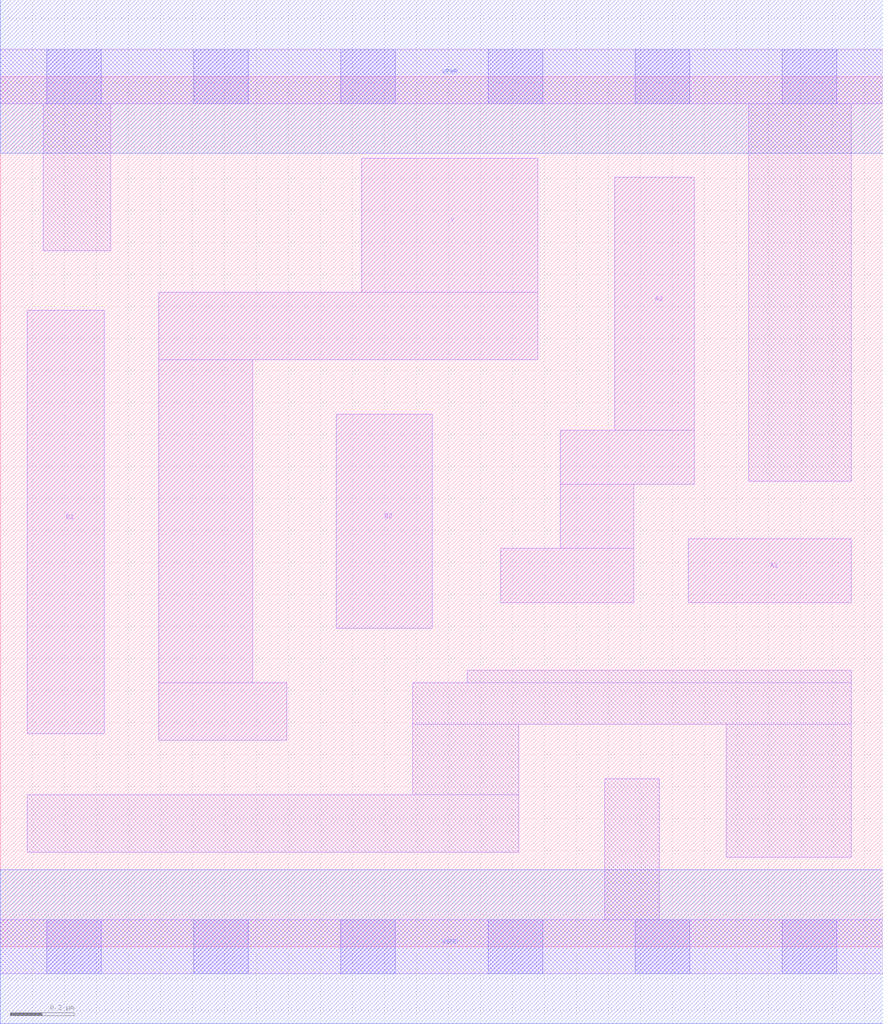
<source format=lef>
# Copyright 2020 The SkyWater PDK Authors
#
# Licensed under the Apache License, Version 2.0 (the "License");
# you may not use this file except in compliance with the License.
# You may obtain a copy of the License at
#
#     https://www.apache.org/licenses/LICENSE-2.0
#
# Unless required by applicable law or agreed to in writing, software
# distributed under the License is distributed on an "AS IS" BASIS,
# WITHOUT WARRANTIES OR CONDITIONS OF ANY KIND, either express or implied.
# See the License for the specific language governing permissions and
# limitations under the License.
#
# SPDX-License-Identifier: Apache-2.0

VERSION 5.7 ;
BUSBITCHARS "[]" ;
DIVIDERCHAR "/" ;
PROPERTYDEFINITIONS
  MACRO maskLayoutSubType STRING ;
  MACRO prCellType STRING ;
  MACRO originalViewName STRING ;
END PROPERTYDEFINITIONS
MACRO sky130_fd_sc_hdll__o22ai_1
  ORIGIN  0.000000  0.000000 ;
  CLASS CORE ;
  SYMMETRY X Y R90 ;
  SIZE  2.760000 BY  2.720000 ;
  SITE unithd ;
  PIN A1
    ANTENNAGATEAREA  0.277500 ;
    DIRECTION INPUT ;
    USE SIGNAL ;
    PORT
      LAYER li1 ;
        RECT 2.150000 1.075000 2.660000 1.275000 ;
    END
  END A1
  PIN A2
    ANTENNAGATEAREA  0.277500 ;
    DIRECTION INPUT ;
    USE SIGNAL ;
    PORT
      LAYER li1 ;
        RECT 1.565000 1.075000 1.980000 1.245000 ;
        RECT 1.750000 1.245000 1.980000 1.445000 ;
        RECT 1.750000 1.445000 2.170000 1.615000 ;
        RECT 1.920000 1.615000 2.170000 2.405000 ;
    END
  END A2
  PIN B1
    ANTENNAGATEAREA  0.277500 ;
    DIRECTION INPUT ;
    USE SIGNAL ;
    PORT
      LAYER li1 ;
        RECT 0.085000 0.665000 0.325000 1.990000 ;
    END
  END B1
  PIN B2
    ANTENNAGATEAREA  0.277500 ;
    DIRECTION INPUT ;
    USE SIGNAL ;
    PORT
      LAYER li1 ;
        RECT 1.050000 0.995000 1.350000 1.665000 ;
    END
  END B2
  PIN Y
    ANTENNADIFFAREA  0.816800 ;
    DIRECTION OUTPUT ;
    USE SIGNAL ;
    PORT
      LAYER li1 ;
        RECT 0.495000 0.645000 0.895000 0.825000 ;
        RECT 0.495000 0.825000 0.790000 1.835000 ;
        RECT 0.495000 1.835000 1.680000 2.045000 ;
        RECT 1.130000 2.045000 1.680000 2.465000 ;
    END
  END Y
  PIN VGND
    DIRECTION INOUT ;
    USE GROUND ;
    PORT
      LAYER met1 ;
        RECT 0.000000 -0.240000 2.760000 0.240000 ;
    END
  END VGND
  PIN VNB
    DIRECTION INOUT ;
    USE GROUND ;
    PORT
    END
  END VNB
  PIN VPB
    DIRECTION INOUT ;
    USE POWER ;
    PORT
    END
  END VPB
  PIN VPWR
    DIRECTION INOUT ;
    USE POWER ;
    PORT
      LAYER met1 ;
        RECT 0.000000 2.480000 2.760000 2.960000 ;
    END
  END VPWR
  OBS
    LAYER li1 ;
      RECT 0.000000 -0.085000 2.760000 0.085000 ;
      RECT 0.000000  2.635000 2.760000 2.805000 ;
      RECT 0.085000  0.295000 1.620000 0.475000 ;
      RECT 0.135000  2.175000 0.345000 2.635000 ;
      RECT 1.290000  0.475000 1.620000 0.695000 ;
      RECT 1.290000  0.695000 2.660000 0.825000 ;
      RECT 1.460000  0.825000 2.660000 0.865000 ;
      RECT 1.890000  0.085000 2.060000 0.525000 ;
      RECT 2.270000  0.280000 2.660000 0.695000 ;
      RECT 2.340000  1.455000 2.660000 2.635000 ;
    LAYER mcon ;
      RECT 0.145000 -0.085000 0.315000 0.085000 ;
      RECT 0.145000  2.635000 0.315000 2.805000 ;
      RECT 0.605000 -0.085000 0.775000 0.085000 ;
      RECT 0.605000  2.635000 0.775000 2.805000 ;
      RECT 1.065000 -0.085000 1.235000 0.085000 ;
      RECT 1.065000  2.635000 1.235000 2.805000 ;
      RECT 1.525000 -0.085000 1.695000 0.085000 ;
      RECT 1.525000  2.635000 1.695000 2.805000 ;
      RECT 1.985000 -0.085000 2.155000 0.085000 ;
      RECT 1.985000  2.635000 2.155000 2.805000 ;
      RECT 2.445000 -0.085000 2.615000 0.085000 ;
      RECT 2.445000  2.635000 2.615000 2.805000 ;
  END
  PROPERTY maskLayoutSubType "abstract" ;
  PROPERTY prCellType "standard" ;
  PROPERTY originalViewName "layout" ;
END sky130_fd_sc_hdll__o22ai_1
END LIBRARY

</source>
